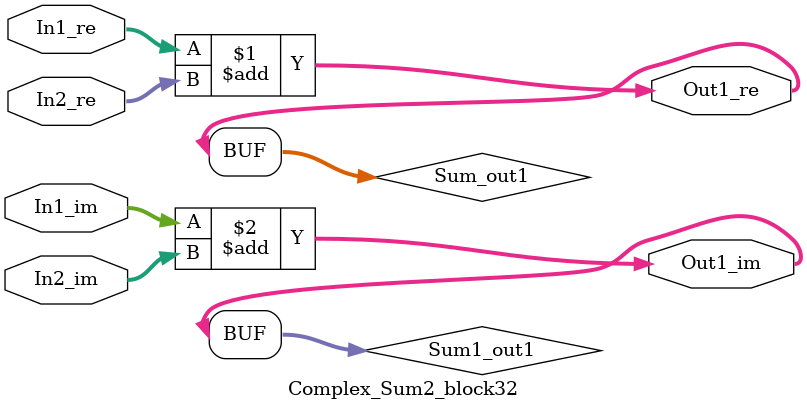
<source format=v>



`timescale 1 ns / 1 ns

module Complex_Sum2_block32
          (In1_re,
           In1_im,
           In2_re,
           In2_im,
           Out1_re,
           Out1_im);


  input   signed [36:0] In1_re;  // sfix37_En22
  input   signed [36:0] In1_im;  // sfix37_En22
  input   signed [36:0] In2_re;  // sfix37_En22
  input   signed [36:0] In2_im;  // sfix37_En22
  output  signed [36:0] Out1_re;  // sfix37_En22
  output  signed [36:0] Out1_im;  // sfix37_En22


  wire signed [36:0] Sum_out1;  // sfix37_En22
  wire signed [36:0] Sum1_out1;  // sfix37_En22


  assign Sum_out1 = In1_re + In2_re;



  assign Out1_re = Sum_out1;

  assign Sum1_out1 = In1_im + In2_im;



  assign Out1_im = Sum1_out1;

endmodule  // Complex_Sum2_block32


</source>
